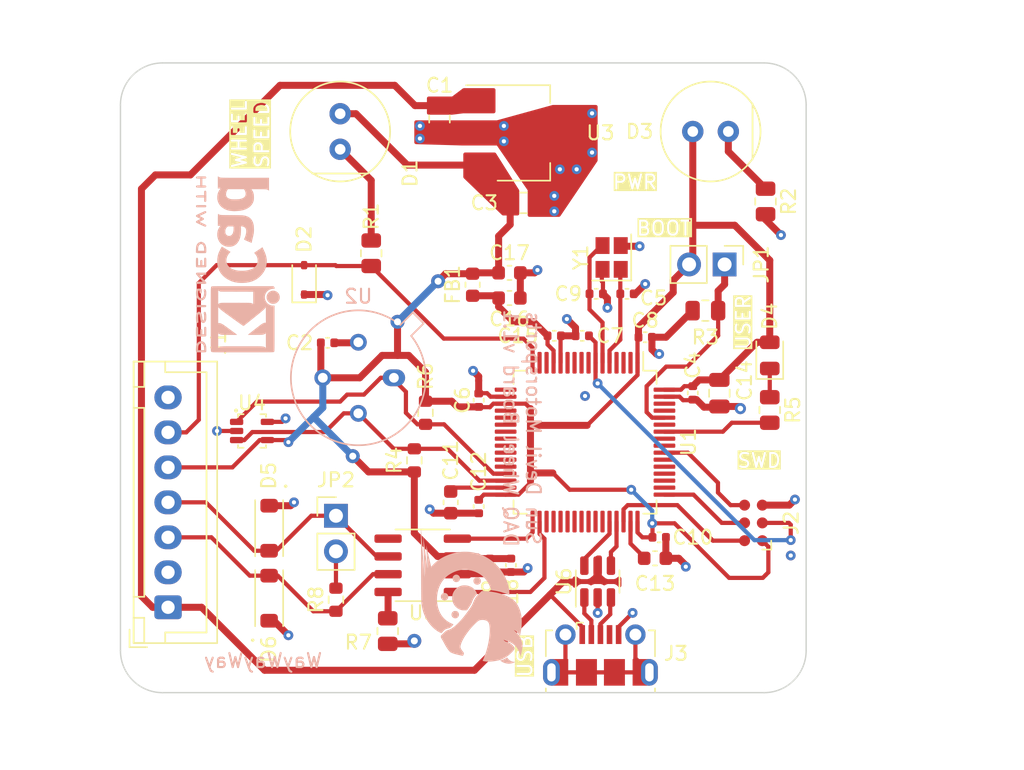
<source format=kicad_pcb>
(kicad_pcb (version 20221018) (generator pcbnew)
  (title_block (title "SDM-24 Wheel Board") (date "2024-01-16") (rev "v1.1") (company "Sun Devil Motorsports"))
  (layers (0 "F.Cu" signal) (1 "In1.Cu" power) (2 "In2.Cu" power) (31 "B.Cu" signal) (34 "B.Paste" user) (35 "F.Paste" user) (36 "B.SilkS" user "B.Silkscreen") (37 "F.SilkS" user "F.Silkscreen") (38 "B.Mask" user) (39 "F.Mask" user) (44 "Edge.Cuts" user))
  (net 0 "")
  (net 1 "+3.3V")
  (net 5 "/HSE_IN")
  (net 6 "/HSE_OUT")
  (net 7 "VCC")
  (net 8 "GND")
  (net 9 "/NRST")
  (net 10 "/SWO")
  (net 11 "Net-(JP2-B)")
  (net 12 "/USER_LED")
  (net 15 "+3.3VA")
  (net 24 "/HE_OUTPUT")
  (net 25 "/USB_D-")
  (net 26 "/USB_D+")
  (net 27 "/SWDIO")
  (net 31 "/SWCLK")
  (net 32 "/I2C2_SDA")
  (net 33 "/I2C2_SCL")
  (net 34 "/BOOT0")
  (net 35 "/CRX")
  (net 36 "/CTX")
  (net 37 "/CAN-")
  (net 38 "/CAN+")
  (net 40 "unconnected-(J3-Shield-Pad6)")
  (net 42 "/HE_LED")
  (net 43 "/PWR_LED")
  (net 44 "Net-(D4-K)")
  (net 47 "/CAN_Rs")
  (net 49 "/USB_J_D-")
  (net 50 "/USB_J_D+")
  (net 68 "/VCAP1")
  (net 69 "/VCAP2")
  (footprint "Capacitor_SMD:C_0402_1005Metric" (layer "F.Cu") (at 188.5 90.6)
    (fp_text reference "C8")
    (fp_text value "100nF")
  )
  (footprint "Connector:Tag-Connect_TC2030-IDC-NL_2x03_P1.27mm_Vertical" (layer "F.Cu") (at 196.235 103.87 90)
    (fp_text reference "J2")
    (fp_text value "Conn_ARM_SWD_TagConnect_TC2030")
  )
  (footprint "Package_TO_SOT_SMD:SOT-23-6" (layer "F.Cu") (at 185.1 108.0625 90)
    (fp_text reference "U6")
    (fp_text value "USBLC6-2SC6")
  )
  (footprint "Capacitor_SMD:C_0402_1005Metric" (layer "F.Cu") (at 176.6 102.7 -90)
    (fp_text reference "C12")
    (fp_text value "100nF")
  )
  (footprint "Diode_SMD:D_SOD-323" (layer "F.Cu") (at 164.125 86.5 90)
    (fp_text reference "D2")
    (fp_text value "TVS")
  )
  (footprint "Capacitor_SMD:C_0402_1005Metric" (layer "F.Cu") (at 178.9 106.9 -90)
    (fp_text reference "C18")
    (fp_text value "100nF")
  )
  (footprint "Capacitor_SMD:C_0603_1608Metric" (layer "F.Cu") (at 174.6 102.4 -90)
    (fp_text reference "C11")
    (fp_text value "2.2uF")
  )
  (footprint "Package_QFP:LQFP-64_10x10mm_P0.5mm" (layer "F.Cu") (at 184.2 98.1 -90)
    (fp_text reference "U1")
    (fp_text value "STM32F405RGT6")
  )
  (footprint "Capacitor_SMD:C_0603_1608Metric" (layer "F.Cu") (at 189.2 106.4)
    (fp_text reference "C13")
    (fp_text value "2.2uF")
  )
  (footprint "Library:Dialight_561-XX0X-XXX" (layer "F.Cu") (at 193.17 75.9)
    (fp_text reference "D3")
    (fp_text value "RED")
  )
  (footprint "Package_TO_SOT_SMD:SOT-223-3_TabPin2" (layer "F.Cu") (at 179.8 76)
    (fp_text reference "U3")
    (fp_text value "MIC37100-3.3WS")
  )
  (footprint "Capacitor_SMD:C_0805_2012Metric" (layer "F.Cu") (at 179.8 81)
    (fp_text reference "C3")
    (fp_text value "10uF")
  )
  (footprint "Capacitor_SMD:C_0402_1005Metric" (layer "F.Cu") (at 191.9 94.58 -90)
    (fp_text reference "C4")
    (fp_text value "100nF")
  )
  (footprint "Capacitor_SMD:C_0402_1005Metric" (layer "F.Cu") (at 184 90.5 180)
    (fp_text reference "C7")
    (fp_text value "100nF")
  )
  (footprint "Capacitor_SMD:C_0603_1608Metric" (layer "F.Cu") (at 178.8 87.8)
    (fp_text reference "C16")
    (fp_text value "1uF")
  )
  (footprint "Capacitor_SMD:C_0402_1005Metric" (layer "F.Cu") (at 177.4 106.9 -90)
    (fp_text reference "C19")
    (fp_text value "100nF")
  )
  (footprint "Resistor_SMD:R_0603_1608Metric" (layer "F.Cu") (at 172.8 96 -90)
    (fp_text reference "R6")
    (fp_text value "2.7k")
  )
  (footprint "Capacitor_SMD:C_0805_2012Metric" (layer "F.Cu") (at 173.8 75 -90)
    (fp_text reference "C1")
    (fp_text value "10uF")
  )
  (footprint "Inductor_SMD:L_0603_1608Metric" (layer "F.Cu") (at 176.166 86.85 90)
    (fp_text reference "FB1")
    (fp_text value "120R")
  )
  (footprint "Resistor_SMD:R_0805_2012Metric" (layer "F.Cu") (at 197.4 95.8 -90)
    (fp_text reference "R5")
    (fp_text value "220")
  )
  (footprint "Library:Dialight_561-XX0X-XXX" (layer "F.Cu") (at 166.7 75.9 -90)
    (fp_text reference "D1")
    (fp_text value "GREEN")
  )
  (footprint "LED_SMD:LED_0805_2012Metric" (layer "F.Cu") (at 197.4 91.9 90)
    (fp_text reference "D4")
    (fp_text value "GREEN")
  )
  (footprint "MountingHole:MountingHole_3.2mm_M3" (layer "F.Cu") (at 196 112)
    (fp_text reference "H2" hide)
    (fp_text value "M3")
  )
  (footprint "Library:SOD-123FL" (layer "F.Cu") (at 161.625 104.25 -90)
    (fp_text reference "D5")
    (fp_text value "TVS")
  )
  (footprint "Connector_USB:USB_Micro-B_Molex-105017-0001" (layer "F.Cu") (at 185.3 113.3125)
    (fp_text reference "J3")
    (fp_text value "USB_B_Micro")
  )
  (footprint "Resistor_SMD:R_0603_1608Metric" (layer "F.Cu") (at 172 99.4 90)
    (fp_text reference "R4")
    (fp_text value "2.7k")
  )
  (footprint "Capacitor_SMD:C_0805_2012Metric" (layer "F.Cu") (at 193.8 94.6 -90)
    (fp_text reference "C14")
    (fp_text value "10uF")
  )
  (footprint "Library:SOD-123FL" (layer "F.Cu") (at 161.625 109.25 90)
    (fp_text reference "D6")
    (fp_text value "TVS")
  )
  (footprint "Resistor_SMD:R_0805_2012Metric" (layer "F.Cu") (at 197.1 80.9 -90)
    (fp_text reference "R2")
    (fp_text value "220")
  )
  (footprint "Library:SC-70-5" (layer "F.Cu") (at 160.4 97.3)
    (fp_text reference "U4")
    (fp_text value "24LC01BT-E/LT")
  )
  (footprint "Connector_PinHeader_2.54mm:PinHeader_1x02_P2.54mm_Vertical" (layer "F.Cu") (at 194.175 85.4 -90)
    (fp_text reference "JP1")
    (fp_text value "BOOT")
  )
  (footprint "Resistor_SMD:R_0805_2012Metric" (layer "F.Cu") (at 170.1 111.6 -90)
    (fp_text reference "R7")
    (fp_text value "10k")
  )
  (footprint "Capacitor_SMD:C_0402_1005Metric" (layer "F.Cu") (at 189.5 104.9)
    (fp_text reference "C10")
    (fp_text value "100nF")
  )
  (footprint "Capacitor_SMD:C_0402_1005Metric" (layer "F.Cu") (at 187.2 87.5)
    (fp_text reference "C5")
    (fp_text value "10pF")
  )
  (footprint "Capacitor_SMD:C_0402_1005Metric" (layer "F.Cu") (at 182 90.5)
    (fp_text reference "C15")
    (fp_text value "100nF")
  )
  (footprint "Resistor_SMD:R_0805_2012Metric" (layer "F.Cu") (at 192.8 88.7)
    (fp_text reference "R3")
    (fp_text value "10k")
  )
  (footprint "MountingHole:MountingHole_3.2mm_M3" (layer "F.Cu") (at 155 75)
    (fp_text reference "H1" hide)
    (fp_text value "M3")
  )
  (footprint "Resistor_SMD:R_0603_1608Metric" (layer "F.Cu") (at 166.4 109.36 90)
    (fp_text reference "R8")
    (fp_text value "120")
  )
  (footprint "Package_SO:SOIC-8_3.9x4.9mm_P1.27mm" (layer "F.Cu") (at 172.6 106.9 180)
    (fp_text reference "U5")
    (fp_text value "SN65HVD230")
  )
  (footprint "Resistor_SMD:R_0805_2012Metric" (layer "F.Cu") (at 168.92 84.6 90)
    (fp_text reference "R1")
    (fp_text value "220")
  )
  (footprint "Connector_JST:JST_XH_B7B-XH-A_1x07_P2.50mm_Vertical" (layer "F.Cu") (at 154.4 109.9 90)
    (fp_text reference "J1")
    (fp_text value "JST-XH")
  )
  (footprint "Crystal:Crystal_SMD_2520-4Pin_2.5x2.0mm" (layer "F.Cu") (at 186.1 84.9 90)
    (fp_text reference "Y1")
    (fp_text value "12MHz")
  )
  (footprint "Capacitor_SMD:C_0402_1005Metric" (layer "F.Cu") (at 185 87.5)
    (fp_text reference "C9")
    (fp_text value "10pF")
  )
  (footprint "Capacitor_SMD:C_0402_1005Metric" (layer "F.Cu") (at 176.6 95.1 90)
    (fp_text reference "C6")
    (fp_text value "100nF")
  )
  (footprint "Capacitor_SMD:C_0603_1608Metric" (layer "F.Cu") (at 178.8 86)
    (fp_text reference "C17")
    (fp_text value "1uF")
  )
  (footprint "Connector_PinHeader_2.54mm:PinHeader_1x02_P2.54mm_Vertical" (layer "F.Cu") (at 166.4 103.36)
    (fp_text reference "JP2")
    (fp_text value "Bus Termination")
  )
  (footprint "Capacitor_SMD:C_0402_1005Metric" (layer "F.Cu") (at 165.8 91)
    (fp_text reference "C2")
    (fp_text value "100nF")
  )
  (footprint "LOGO" (layer "B.Cu") (at 175.793558 109.327402 90)
    (fp_text reference "G***" hide)
    (fp_text value "LOGO" hide)
  )
  (footprint "Symbol:KiCad-Logo2_5mm_SilkScreen" (layer "B.Cu") (at 159.4 85.4 90)
    (fp_text reference "REF**" hide)
    (fp_text value "KiCad-Logo2_5mm_SilkScreen" hide)
  )
  (footprint "Package_TO_SOT_THT:TO-39-4" (layer "B.Cu") (at 170.54 93.5 180)
    (fp_text reference "U2")
    (fp_text value "MLX90614")
  )
  (gr_line locked (start 154 71) (end 197 71) (stroke (width 0.1)) (layer "Edge.Cuts"))
  (gr_arc locked (start 200 113) (mid 199.12132 115.12132) (end 197 116) (stroke (width 0.1)) (layer "Edge.Cuts"))
  (gr_arc locked (start 151 74) (mid 151.87868 71.87868) (end 154 71) (stroke (width 0.1)) (layer "Edge.Cuts"))
  (gr_line locked (start 151 74) (end 151 113) (stroke (width 0.1)) (layer "Edge.Cuts"))
  (gr_arc locked (start 197 71) (mid 199.12132 71.87868) (end 200 74) (stroke (width 0.1)) (layer "Edge.Cuts"))
  (gr_line locked (start 154 116) (end 197 116) (stroke (width 0.1)) (layer "Edge.Cuts"))
  (gr_arc locked (start 154 116) (mid 151.87868 115.12132) (end 151 113) (stroke (width 0.1)) (layer "Edge.Cuts"))
  (gr_line locked (start 200 113) (end 200 74) (stroke (width 0.1)) (layer "Edge.Cuts"))
  (gr_text "WayWayWay" (at 165.5 114.3) (layer "B.SilkS") (effects (font (size 1 1)) (justify left bottom mirror)))
  (gr_text "Sun Devil Motorsports\nDAQ Wheel Board v1.1" (at 178.3 97.1 270) (layer "B.SilkS") (effects (font (size 1 1)) (justify bottom mirror)))
  (gr_text "USB" (at 180.5 115 90) (layer "F.SilkS" knockout) (effects (font (size 1 1)) (justify left bottom)))
  (gr_text "BOOT" (at 187.8 83.4) (layer "F.SilkS" knockout) (effects (font (size 1 1)) (justify left bottom)))
  (gr_text "WHEEL\nSPEED" (at 161.7 78.6 90) (layer "F.SilkS" knockout) (effects (font (size 1 1)) (justify left bottom)))
  (gr_text "SWD" (at 195 100) (layer "F.SilkS" knockout) (effects (font (size 1 1)) (justify left bottom)))
  (gr_text "PWR" (at 186.1 80.1) (layer "F.SilkS" knockout) (effects (font (size 1 1)) (justify left bottom)))
  (gr_text "USER" (at 196.1 91.6 90) (layer "F.SilkS" knockout) (effects (font (size 1 1)) (justify left bottom)))
  (segment (start 172.8 95.175) (end 174.675 95.175) (width 0.5) (layer "F.Cu") (net 1))
  (segment (start 179.95 95.35) (end 180.3 95.7) (width 0.3) (layer "F.Cu") (net 1))
  (segment (start 170.8 91.9) (end 169.7 91.9) (width 0.5) (layer "F.Cu") (net 1))
  (segment (start 166.7 74.63) (end 167.83 74.63) (width 0.5) (layer "F.Cu") (net 1))
  (segment (start 176.62 95.6) (end 176.6 95.58) (width 0.3) (layer "F.Cu") (net 1))
  (segment (start 180.3 101) (end 180.3 100.9) (width 0.3) (layer "F.Cu") (net 1))
  (segment (start 188.02 89.88) (end 188.02 90.6) (width 0.5) (layer "F.Cu") (net 1))
  (segment (start 190.5 87.4) (end 188.02 89.88) (width 0.5) (layer "F.Cu") (net 1))
  (segment (start 194.5 107.8) (end 196.9 107.8) (width 0.3) (layer "F.Cu") (net 1))
  (segment (start 187.95 92.425) (end 187.95 93.301041) (width 0.3) (layer "F.Cu") (net 1))
  (segment (start 190.6 103.9) (end 194.5 107.8) (width 0.3) (layer "F.Cu") (net 1))
  (segment (start 178.525 95.35) (end 179.95 95.35) (width 0.3) (layer "F.Cu") (net 1))
  (segment (start 165.32 93.36) (end 165.46 93.5) (width 0.5) (layer "F.Cu") (net 1))
  (segment (start 178.025 83.375) (end 178.85 82.55) (width 0.5) (layer "F.Cu") (net 1))
  (segment (start 178.525 101.85) (end 179.45 101.85) (width 0.3) (layer "F.Cu") (net 1))
  (segment (start 175.08 95.58) (end 176.6 95.58) (width 0.5) (layer "F.Cu") (net 1))
  (segment (start 167.83 74.63) (end 171.5 78.3) (width 0.5) (layer "F.Cu") (net 1))
  (segment (start 187.95 104.55) (end 188.3 104.9) (width 0.3) (layer "F.Cu") (net 1))
  (segment (start 176.5 106.3) (end 175.11 106.3) (width 0.5) (layer "F.Cu") (net 1))
  (segment (start 197.4 90.9625) (end 196.4875 90.9625) (width 0.5) (layer "F.Cu") (net 1))
  (segment (start 197.3 105.57) (end 197.3 107.4) (width 0.3) (layer "F.Cu") (net 1))
  (segment (start 188.3 104.9) (end 189.02 104.9) (width 0.3) (layer "F.Cu") (net 1))
  (segment (start 172 104.6) (end 172 100.225) (width 0.5) (layer "F.Cu") (net 1))
  (segment (start 196.87 105.14) (end 197.3 105.57) (width 0.3) (layer "F.Cu") (net 1))
  (segment (start 178.85 82.55) (end 178.85 81) (width 0.5) (layer "F.Cu") (net 1))
  (segment (start 174.675 95.175) (end 175.08 95.58) (width 0.5) (layer "F.Cu") (net 1))
  (segment (start 165.32 91) (end 165.32 93.36) (width 0.5) (layer "F.Cu") (net 1))
  (segment (start 187.95 93.301041) (end 184.351041 96.9) (width 0.3) (layer "F.Cu") (net 1))
  (segment (start 191.9 82.6) (end 191.9 85.135) (width 0.5) (layer "F.Cu") (net 1))
  (segment (start 194.9 82.6) (end 191.9 82.6) (width 0.5) (layer "F.Cu") (net 1))
  (segment (start 193.8 93.65) (end 192.35 93.65) (width 0.5) (layer "F.Cu") (net 1))
  (segment (start 175.075 106.265) (end 173.665 106.265) (width 0.5) (layer "F.Cu") (net 1))
  (segment (start 171.6 91.9) (end 170.8 91.9) (width 0.5) (layer "F.Cu") (net 1))
  (segment (start 177.4 95.598959) (end 177.4 95.6) (width 0.3) (layer "F.Cu") (net 1))
  (segment (start 191.3 94.1) (end 191.9 94.1) (width 0.3) (layer "F.Cu") (net 1))
  (segment (start 175.11 106.3) (end 175.075 106.265) (width 0.5) (layer "F.Cu") (net 1))
  (segment (start 168.1 93.5) (end 165.46 93.5) (width 0.5) (layer "F.Cu") (net 1))
  (segment (start 174.2375 86.0625) (end 173.7 86.6) (width 0.5) (layer "F.Cu") (net 1))
  (segment (start 197.3 107.4) (end 197.1 107.6) (width 0.3) (layer "F.Cu") (net 1))
  (segment (start 179.45 101.85) (end 180.3 101) (width 0.3) (layer "F.Cu") (net 1))
  (segment (start 189.875 94.35) (end 191.05 94.35) (width 0.3) (layer "F.Cu") (net 1))
  (segment (start 191.9 75.9) (end 191.9 82.6) (width 0.5) (layer "F.Cu") (net 1))
  (segment (start 178.025 86) (end 178.025 83.375) (width 0.5) (layer "F.Cu") (net 1))
  (segment (start 169.7 91.9) (end 168.1 93.5) (width 0.5) (layer "F.Cu") (net 1))
  (segment (start 180.3 96.9) (end 180.3 95.7) (width 0.5) (layer "F.Cu") (net 1))
  (segment (start 177.4 106.42) (end 176.62 106.42) (width 0.5) (layer "F.Cu") (net 1))
  (segment (start 197.4 85.1) (end 194.9 82.6) (width 0.5) (layer "F.Cu") (net 1))
  (segment (start 183.1 101.5) (end 181.9 100.3) (width 0.3) (layer "F.Cu") (net 1))
  (segment (start 177.4 95.6) (end 176.62 95.6) (width 0.3) (layer "F.Cu") (net 1))
  (segment (start 172 100.225) (end 168.725 100.225) (width 0.5) (layer "F.Cu") (net 1))
  (segment (start 180.3 100.3) (end 180.3 98.7) (width 0.5) (layer "F.Cu") (net 1))
  (segment (start 181.9 100.3) (end 180.3 100.3) (width 0.5) (layer "F.Cu") (net 1))
  (segment (start 176.62 106.42) (end 176.5 106.3) (width 0.5) (layer "F.Cu") (net 1))
  (segment (start 170.8 89.5) (end 170.8 91.9) (width 0.5) (layer "F.Cu") (net 1))
  (segment (start 161.5 97.95) (end 160.95 97.95) (width 0.3) (layer "F.Cu") (net 1))
  (segment (start 189 103.9) (end 190.6 103.9) (width 0.3) (layer "F.Cu") (net 1))
  (segment (start 190.5 86.535) (end 190.5 87.4) (width 0.5) (layer "F.Cu") (net 1))
  (segment (start 177.4 106.42) (end 178.9 106.42) (width 0.5) (layer "F.Cu") (net 1))
  (segment (start 180.3 98.7) (end 180.3 96.9) (width 0.5) (layer "F.Cu") (net 1))
  (segment (start 177.648959 95.35) (end 177.4 95.598959) (width 0.3) (layer "F.Cu") (net 1))
  (segment (start 191.05 94.35) (end 191.3 94.1) (width 0.3) (layer "F.Cu") (net 1))
  (segment (start 178.525 95.35) (end 177.648959 95.35) (width 0.3) (layer "F.Cu") (net 1))
  (segment (start 189.02 103.92) (end 189 103.9) (width 0.3) (layer "F.Cu") (net 1))
  (segment (start 173.665 106.265) (end 172 104.6) (width 0.5) (layer "F.Cu") (net 1))
  (segment (start 187.5 101.5) (end 183.1 101.5) (width 0.3) (layer "F.Cu") (net 1))
  (segment (start 189.02 104.9) (end 189.02 103.92) (width 0.3) (layer "F.Cu") (net 1))
  (segment (start 178.525 101.85) (end 176.97 101.85) (width 0.3) (layer "F.Cu") (net 1))
  (segment (start 176.166 86.0625) (end 174.2375 86.0625) (width 0.5) (layer "F.Cu") (net 1))
  (segment (start 197.4 90.9625) (end 197.4 85.1) (width 0.5) (layer "F.Cu") (net 1))
  (segment (start 192.35 93.65) (end 191.9 94.1) (width 0.5) (layer "F.Cu") (net 1))
  (segment (start 160.95 97.95) (end 159 99.9) (width 0.3) (layer "F.Cu") (net 1))
  (segment (start 168.725 100.225) (end 167.6 99.1) (width 0.5) (layer "F.Cu") (net 1))
  (segment (start 172.8 93.1) (end 171.6 91.9) (width 0.5) (layer "F.Cu") (net 1))
  (segment (start 162.85 97.95) (end 163 98.1) (width 0.3) (layer "F.Cu") (net 1))
  (segment (start 176.2285 86) (end 176.166 86.0625) (width 0.5) (layer "F.Cu") (net 1))
  (segment (start 191.635 85.4) (end 190.5 86.535) (width 0.5) (layer "F.Cu") (net 1))
  (segment (start 184.351041 96.9) (end 180.3 96.9) (width 0.5) (layer "F.Cu") (net 1))
  (segment (start 187.95 103.775) (end 187.95 104.55) (width 0.3) (layer "F.Cu") (net 1))
  (segment (start 196.4875 90.9625) (end 193.8 93.65) (width 0.5) (layer "F.Cu") (net 1))
  (segment (start 161.5 97.95) (end 162.85 97.95) (width 0.3) (layer "F.Cu") (net 1))
  (segment (start 180.3 100.9) (end 180.3 100.3) (width 0.5) (layer "F.Cu") (net 1))
  (segment (start 187.95 92.425) (end 187.95 90.67) (width 0.3) (layer "F.Cu") (net 1))
  (segment (start 178.025 86) (end 176.2285 86) (width 0.5) (layer "F.Cu") (net 1))
  (segment (start 196.9 107.8) (end 197.1 107.6) (width 0.3) (layer "F.Cu") (net 1))
  (segment (start 171.5 78.3) (end 176.65 78.3) (width 0.5) (layer "F.Cu") (net 1))
  (segment (start 172.8 95.175) (end 172.8 93.1) (width 0.5) (layer "F.Cu") (net 1))
  (segment (start 187.95 90.67) (end 188.02 90.6) (width 0.3) (layer "F.Cu") (net 1))
  (segment (start 191.9 85.135) (end 191.635 85.4) (width 0.5) (layer "F.Cu") (net 1))
  (segment (start 176.97 101.85) (end 176.6 102.22) (width 0.3) (layer "F.Cu") (net 1))
  (segment (start 159 99.9) (end 154.4 99.9) (width 0.3) (layer "F.Cu") (net 1))
  (via (at 170.8 89.5) (size 1) (drill 0.5) (layers "F.Cu" "B.Cu") (net 1))
  (via (at 167.6 99.1) (size 1) (drill 0.5) (layers "F.Cu" "B.Cu") (net 1))
  (via (at 173.7 86.6) (size 1) (drill 0.5) (layers "F.Cu" "B.Cu") (net 1))
  (via (at 163 98.1) (size 0.7) (drill 0.3) (layers "F.Cu" "B.Cu") (net 1))
  (via (at 187.5 101.5) (size 0.7) (drill 0.3) (layers "F.Cu" "B.Cu") (net 1))
  (via (at 189 103.9) (size 0.7) (drill 0.3) (layers "F.Cu" "B.Cu") (net 1))
  (segment (start 165.46 95.64) (end 164.8 96.3) (width 0.5) (layer "B.Cu") (net 1))
  (segment (start 189 103.9) (end 189 103) (width 0.3) (layer "B.Cu") (net 1))
  (segment (start 167.6 99.1) (end 164.8 96.3) (width 0.5) (layer "B.Cu") (net 1))
  (segment (start 189 103) (end 187.5 101.5) (width 0.3) (layer "B.Cu") (net 1))
  (segment (start 173.7 86.6) (end 170.8 89.5) (width 0.5) (layer "B.Cu") (net 1))
  (segment (start 165.46 93.5) (end 165.46 95.64) (width 0.5) (layer "B.Cu") (net 1))
  (segment (start 164.8 96.3) (end 163 98.1) (width 0.5) (layer "B.Cu") (net 1))
  (segment (start 186.72 87.5) (end 186.72 85.855) (width 0.3) (layer "F.Cu") (net 5))
  (segment (start 185.95 91.548959) (end 186.72 90.778959) (width 0.3) (layer "F.Cu") (net 5))
  (segment (start 186.72 85.855) (end 186.8 85.775) (width 0.3) (layer "F.Cu") (net 5))
  (segment (start 185.95 92.425) (end 185.95 91.548959) (width 0.3) (layer "F.Cu") (net 5))
  (segment (start 186.72 90.778959) (end 186.72 87.5) (width 0.3) (layer "F.Cu") (net 5))
  (segment (start 184.52 88.62) (end 184.52 87.5) (width 0.3) (layer "F.Cu") (net 6))
  (segment (start 185.45 89.55) (end 184.52 88.62) (width 0.3) (layer "F.Cu") (net 6))
  (segment (start 184.52 84.905) (end 185.4 84.025) (width 0.3) (layer "F.Cu") (net 6))
  (segment (start 184.52 87.5) (end 184.52 84.905) (width 0.3) (layer "F.Cu") (net 6))
  (segment (start 185.45 92.425) (end 185.45 89.55) (width 0.3) (layer "F.Cu") (net 6))
  (segment (start 152.5 109.1) (end 152.5 80) (width 0.5) (layer "F.Cu") (net 7))
  (segment (start 184 111.3) (end 181.7 109) (width 0.3) (layer "F.Cu") (net 7))
  (segment (start 153.5 79) (end 156 79) (width 0.5) (layer "F.Cu") (net 7))
  (segment (start 170.6 72.6) (end 172.05 74.05) (width 0.5) (layer "F.Cu") (net 7))
  (segment (start 181.7 109) (end 182.2 108.5) (width 0.5) (layer "F.Cu") (net 7))
  (segment (start 182.2 108.5) (end 182.6 108.1) (width 0.5) (layer "F.Cu") (net 7))
  (segment (start 184 111.85) (end 184 111.3) (width 0.3) (layer "F.Cu") (net 7))
  (segment (start 152.5 80) (end 153.5 79) (width 0.5) (layer "F.Cu") (net 7))
  (segment (start 176.3 114.4) (end 161.3 114.4) (width 0.5) (layer "F.Cu") (net 7))
  (segment (start 182.6 108.1) (end 182.7 108.1) (width 0.5) (layer "F.Cu") (net 7))
  (segment (start 172.05 74.05) (end 173.8 74.05) (width 0.5) (layer "F.Cu") (net 7))
  (segment (start 156 79) (end 162.4 72.6) (width 0.5) (layer "F.Cu") (net 7))
  (segment (start 181.7 109) (end 176.3 114.4) (width 0.5) (layer "F.Cu") (net 7))
  (segment (start 162.4 72.6) (end 170.6 72.6) (width 0.5) (layer "F.Cu") (net 7))
  (segment (start 182.7 108.1) (end 183.4 108.1) (width 0.5) (layer "F.Cu") (net 7))
  (segment (start 161.3 114.4) (end 156.8 109.9) (width 0.5) (layer "F.Cu") (net 7))
  (segment (start 153.3 109.9) (end 152.5 109.1) (width 0.5) (layer "F.Cu") (net 7))
  (segment (start 154.4 109.9) (end 153.3 109.9) (width 0.5) (layer "F.Cu") (net 7))
  (segment (start 156.8 109.9) (end 154.4 109.9) (width 0.5) (layer "F.Cu") (net 7))
  (segment (start 186.6 111.85) (end 186.6 111.3) (width 0.3) (layer "F.Cu") (net 8))
  (segment (start 182.45 92.425) (end 182.45 90.53) (width 0.3) (layer "F.Cu") (net 8))
  (segment (start 176.595 103.175) (end 176.6 103.18) (width 0.5) (layer "F.Cu") (net 8))
  (segment (start 185.48 86.68) (end 185.4 86.6) (width 0.3) (layer "F.Cu") (net 8))
  (segment (start 177.1 107.5) (end 175.11 107.5) (width 0.5) (layer "F.Cu") (net 8))
  (segment (start 192.16 95.06) (end 192.7 95.6) (width 0.5) (layer "F.Cu") (net 8))
  (segment (start 178.9 107.38) (end 179.82 107.38) (width 0.5) (layer "F.Cu") (net 8))
  (segment (start 193.8 95.55) (end 195.15 95.55) (width 0.5) (layer "F.Cu") (net 8))
  (segment (start 177.45 94.85) (end 177.2 94.6) (width 0.3) (layer "F.Cu") (net 8))
  (segment (start 179.82 107.38) (end 180.1 107.1) (width 0.5) (layer "F.Cu") (net 8))
  (segment (start 161.96 110.86) (end 163 111.9) (width 0.5) (layer "F.Cu") (net 8))
  (segment (start 174.6 103.175) (end 176.595 103.175) (width 0.5) (layer "F.Cu") (net 8))
  (segment (start 193.75 95.6) (end 193.8 95.55) (width 0.5) (layer "F.Cu") (net 8))
  (segment (start 159.3 97.3) (end 157.9 97.3) (width 0.3) (layer "F.Cu") (net 8))
  (segment (start 165.75 87.55) (end 165.8 87.6) (width 0.5) (layer "F.Cu") (net 8))
  (segment (start 167.96 91) (end 168 90.96) (width 0.5) (layer "F.Cu") (net 8))
  (segment (start 161.5 96.65) (end 162.55 96.65) (width 0.3) (layer "F.Cu") (net 8))
  (segment (start 191.4 106.9) (end 191.4 107) (width 0.5) (layer "F.Cu") (net 8))
  (segment (start 189.9875 90.6) (end 191.8875 88.7) (width 0.5) (layer "F.Cu") (net 8))
  (segment (start 185.48 87.5) (end 185.48 86.68) (width 0.3) (layer "F.Cu") (net 8))
  (segment (start 189.3 91.8) (end 189.5 91.8) (width 0.5) (layer "F.Cu") (net 8))
  (segment (start 161.625 102.64) (end 163.16 102.64) (width 0.5) (layer "F.Cu") (net 8))
  (segment (start 195.15 95.55) (end 195.3 95.7) (width 0.5) (layer "F.Cu") (net 8))
  (segment (start 190.95 94.85) (end 191.2 95.1) (width 0.3) (layer "F.Cu") (net 8))
  (segment (start 178.9 107.38) (end 177.4 107.38) (width 0.5) (layer "F.Cu") (net 8))
  (segment (start 177.4 107.38) (end 177.22 107.38) (width 0.5) (layer "F.Cu") (net 8))
  (segment (start 175.11 107.5) (end 175.075 107.535) (width 0.5) (layer "F.Cu") (net 8))
  (segment (start 176.62 94.6) (end 176.6 94.62) (width 0.3) (layer "F.Cu") (net 8))
  (segment (start 171.7875 112.5125) (end 172 112.3) (width 0.5) (layer "F.Cu") (net 8))
  (segment (start 164.125 87.55) (end 165.75 87.55) (width 0.5) (layer "F.Cu") (net 8))
  (segment (start 182.48 90.5) (end 183.52 90.5) (width 0.5) (layer "F.Cu") (net 8))
  (segment (start 192.7 95.6) (end 193.75 95.6) (width 0.5) (layer "F.Cu") (net 8))
  (segment (start 185.8 87.82) (end 185.48 87.5) (width 0.5) (layer "F.Cu") (net 8))
  (segment (start 176.6 93.4) (end 176.2 93) (width 0.5) (layer "F.Cu") (net 8))
  (segment (start 188.98 91.48) (end 189.3 91.8) (width 0.5) (layer "F.Cu") (net 8))
  (segment (start 190.9 106.4) (end 191.4 106.9) (width 0.5) (layer "F.Cu") (net 8))
  (segment (start 198.8 102.6) (end 199.2 102.2) (width 0.5) (layer "F.Cu") (net 8))
  (segment (start 174.6 103.175) (end 173.375 103.175) (width 0.5) (layer "F.Cu") (net 8))
  (segment (start 179.575 86) (end 180.6 86) (width 0.5) (layer "F.Cu") (net 8))
  (segment (start 170.1 112.5125) (end 171.7875 112.5125) (width 0.5) (layer "F.Cu") (net 8))
  (segment (start 197.1 81.8125) (end 197.1 82.2) (width 0.5) (layer "F.Cu") (net 8))
  (segment (start 177.22 107.38) (end 177.1 107.5) (width 0.5) (layer "F.Cu") (net 8))
  (segment (start 185.4 86.6) (end 185.4 85.775) (width 0.3) (layer "F.Cu") (net 8))
  (segment (start 187.8 87.5) (end 188.5 86.8) (width 0.5) (layer "F.Cu") (net 8))
  (segment (start 189.975 104.905) (end 189.98 104.9) (width 0.5) (layer "F.Cu") (net 8))
  (segment (start 178.525 94.85) (end 177.45 94.85) (width 0.3) (layer "F.Cu") (net 8))
  (segment (start 189.975 106.4) (end 189.975 104.905) (width 0.5) (layer "F.Cu") (net 8))
  (segment (start 173.375 103.175) (end 173.1 102.9) (width 0.5) (layer "F.Cu") (net 8))
  (segment (start 176.6 93.7) (end 176.6 93.4) (width 0.5) (layer "F.Cu") (net 8))
  (segment (start 163.16 102.64) (end 163.4 102.4) (width 0.5) (layer "F.Cu") (net 8))
  (segment (start 185.8 88.5) (end 185.8 87.82) (width 0.5) (layer "F.Cu") (net 8))
  (segment (start 183.52 89.92) (end 182.9 89.3) (width 0.5) (layer "F.Cu") (net 8))
  (segment (start 185.1 109.2) (end 185.1 110.3) (width 0.3) (layer "F.Cu") (net 8))
  (segment (start 180.6 86) (end 180.8 85.8) (width 0.5) (layer "F.Cu") (net 8))
  (segment (start 188.98 90.6) (end 188.98 91.48) (width 0.5) (layer "F.Cu") (net 8))
  (segment (start 166.28 91) (end 167.96 91) (width 0.5) (layer "F.Cu") (net 8))
  (segment (start 177.2 94.6) (end 176.62 94.6) (width 0.3) (layer "F.Cu") (net 8))
  (segment (start 183.52 90.5) (end 183.52 89.92) (width 0.5) (layer "F.Cu") (net 8))
  (segment (start 182.45 90.53) (end 182.48 90.5) (width 0.3) (layer "F.Cu") (net 8))
  (segment (start 179.575 86) (end 179.575 87.8) (width 0.5) (layer "F.Cu") (net 8))
  (segment (start 187.68 87.5) (end 187.8 87.5) (width 0.5) (layer "F.Cu") (net 8))
  (segment (start 186.8 84.1) (end 186.75 84.05) (width 0.5) (layer "F.Cu") (net 8))
  (segment (start 188.98 90.6) (end 189.9875 90.6) (width 0.5) (layer "F.Cu") (net 8))
  (segment (start 188.1 84.1) (end 186.8 84.1) (width 0.5) (layer "F.Cu") (net 8))
  (segment (start 191.9 95.06) (end 192.16 95.06) (width 0.5) (layer "F.Cu") (net 8))
  (segment (start 176.6 94.62) (end 176.6 93.7) (width 0.5) (layer "F.Cu") (net 8))
  (segment (start 161.625 110.86) (end 161.96 110.86) (width 0.5) (layer "F.Cu") (net 8))
  (segment (start 189.975 106.4) (end 190.9 106.4) (width 0.5) (layer "F.Cu") (net 8))
  (segment (start 191.2 95.1) (end 191.86 95.1) (width 0.3) (layer "F.Cu") (net 8))
  (segment (start 197.1 82.2) (end 198.2 83.3) (width 0.5) (layer "F.Cu") (net 8))
  (segment (start 185.1 110.3) (end 185.105378 110.305378) (width 0.3) (layer "F.Cu") (net 8))
  (segment (start 186.6 111.3) (end 187.6 110.3) (width 0.3) (layer "F.Cu") (net 8))
  (segment (start 162.55 96.65) (end 162.8 96.4) (width 0.3) (layer "F.Cu") (net 8))
  (segment (start 196.87 102.6) (end 198.8 102.6) (width 0.5) (layer "F.Cu") (net 8))
  (segment (start 189.875 94.85) (end 190.95 94.85) (width 0.3) (layer "F.Cu") (net 8))
  (via (at 199.2 102.2) (size 0.7) (drill 0.3) (layers "F.Cu" "B.Cu") (net 8))
  (via (at 187.6 110.3) (size 0.7) (drill 0.3) (layers "F.Cu" "B.Cu") (net 8))
  (via (at 178.4 76.6) (size 0.7) (drill 0.3) (layers "F.Cu" "B.Cu") (net 8))
  (via (at 172 112.3) (size 1) (drill 0.5) (layers "F.Cu" "B.Cu") (net 8))
  (via (at 173.1 102.9) (size 0.7) (drill 0.3) (layers "F.Cu" "B.Cu") (net 8))
  (via (at 182.9 89.3) (size 0.7) (drill 0.3) (layers "F.Cu" "B.Cu") (net 8))
  (via (at 182.4 78.6) (size 0.7) (drill 0.3) (layers "F.Cu" "B.Cu") (net 8))
  (via (at 184.7 74.6) (size 0.7) (drill 0.3) (layers "F.Cu" "B.Cu") (net 8))
  (via (at 163 111.9) (size 0.7) (drill 0.3) (layers "F.Cu" "B.Cu") (net 8))
  (via (at 184.2 94.8) (size 0.7) (drill 0.3) (layers "F.Cu" "B.Cu") (net 8))
  (via (at 195.3 95.7) (size 0.8) (drill 0.4) (layers "F.Cu" "B.Cu") (net 8))
  (via (at 162.8 96.4) (size 0.7) (drill 0.3) (layers "F.Cu" "B.Cu") (net 8))
  (via (at 165.8 87.6) (size 0.7) (drill 0.3) (layers "F.Cu" "B.Cu") (net 8))
  (via (at 198.9 106.2) (size 0.7) (drill 0.3) (layers "F.Cu" "B.Cu") (net 8))
  (via (at 189.5 91.8) (size 0.7) (drill 0.3) (layers "F.Cu" "B.Cu") (net 8))
  (via (at 180.8 85.8) (size 0.7) (drill 0.3) (layers "F.Cu" "B.Cu") (net 8))
  (via (at 180.1 107.1) (size 0.7) (drill 0.3) (layers "F.Cu" "B.Cu") (net 8))
  (via (at 176.2 93) (size 0.7) (drill 0.3) (layers "F.Cu" "B.Cu") (net 8))
  (via (at 157.9 97.3) (size 0.7) (drill 0.3) (layers "F.Cu" "B.Cu") (net 8))
  (via (at 182 80.5) (size 0.7) (drill 0.3) (layers "F.Cu" "B.Cu") (net 8))
  (via (at 188.5 86.8) (size 0.7) (drill 0.3) (layers "F.Cu" "B.Cu") (net 8))
  (via (at 172.4 75.5) (size 0.7) (drill 0.3) (layers "F.Cu" "B.Cu") (net 8))
  (via (at 163.4 102.4) (size 0.7) (drill 0.3) (layers "F.Cu" "B.Cu") (net 8))
  (via (at 184.7 77.4) (size 0.7) (drill 0.3) (layers "F.Cu" "B.Cu") (net 8))
  (via (at 198.2 83.3) (size 0.7) (drill 0.3) (layers "F.Cu" "B.Cu") (net 8))
  (via (at 183.6 78.6) (size 0.7) (drill 0.3) (layers "F.Cu" "B.Cu") (net 8))
  (via (at 191.4 107) (size 0.7) (drill 0.3) (layers "F.Cu" "B.Cu") (net 8))
  (via (at 172.4 76.4) (size 0.7) (drill 0.3) (layers "F.Cu" "B.Cu") (net 8))
  (via (at 185.8 88.5) (size 0.7) (drill 0.3) (layers "F.Cu" "B.Cu") (net 8))
  (via (at 182 81.6) (size 0.7) (drill 0.3) (layers "F.Cu" "B.Cu") (net 8))
  (via (at 188.1 84.1) (size 0.7) (drill 0.3) (layers "F.Cu" "B.Cu") (net 8))
  (via (at 178.4 75.5) (size 0.7) (drill 0.3) (layers "F.Cu" "B.Cu") (net 8))
  (via (at 185.105378 110.305378) (size 0.7) (drill 0.3) (layers "F.Cu" "B.Cu") (net 8))
  (segment (start 198.9 105.1) (end 198.9 104) (width 0.3) (layer "F.Cu") (net 9))
  (segment (start 184.95 93.75) (end 185.1 93.9) (width 0.3) (layer "F.Cu") (net 9))
  (segment (start 198.77 103.87) (end 196.87 103.87) (width 0.3) (layer "F.Cu") (net 9))
  (segment (start 184.95 90.97) (end 184.48 90.5) (width 0.3) (layer "F.Cu") (net 9))
  (segment (start 198.9 104) (end 198.77 103.87) (width 0.3) (layer "F.Cu") (net 9))
  (segment (start 184.95 92.425) (end 184.95 93.75) (width 0.3) (layer "F.Cu") (net 9))
  (segment (start 184.95 92.425) (end 184.95 90.97) (width 0.3) (layer "F.Cu") (net 9))
  (via (at 185.1 93.9) (size 0.7) (drill 0.3) (layers "F.Cu" "B.Cu") (net 9))
  (via (at 198.9 105.1) (size 0.7) (drill 0.3) (layers "F.Cu" "B.Cu") (net 9))
  (segment (start 185.1 93.9) (end 196.3 105.1) (width 0.3) (layer "B.Cu") (net 9))
  (segment (start 196.3 105.1) (end 198.9 105.1) (width 0.3) (layer "B.Cu") (net 9))
  (segment (start 194.6 102.6) (end 195.6 102.6) (width 0.3) (layer "F.Cu") (net 10))
  (segment (start 193.7 101) (end 193.7 101.7) (width 0.3) (layer "F.Cu") (net 10))
  (segment (start 191.55 98.85) (end 193.7 101) (width 0.3) (layer "F.Cu") (net 10))
  (segment (start 193.7 101.7) (end 194.6 102.6) (width 0.3) (layer "F.Cu") (net 10))
  (segment (start 189.875 98.85) (end 191.55 98.85) (width 0.3) (layer "F.Cu") (net 10))
  (segment (start 166.4 105.9) (end 166.4 108.535) (width 0.3) (layer "F.Cu") (net 11))
  (segment (start 194.6875 96.7125) (end 197.4 96.7125) (width 0.3) (layer "F.Cu") (net 12))
  (segment (start 194.05 97.35) (end 194.6875 96.7125) (width 0.3) (layer "F.Cu") (net 12))
  (segment (start 189.875 97.35) (end 194.05 97.35) (width 0.3) (layer "F.Cu") (net 12))
  (segment (start 181.95 91.548959) (end 181.52 91.118959) (width 0.3) (layer "F.Cu") (net 15))
  (segment (start 181.95 92.425) (end 181.95 91.548959) (width 0.3) (layer "F.Cu") (net 15))
  (segment (start 179.1 89.5) (end 180.52 89.5) (width 0.5) (layer "F.Cu") (net 15))
  (segment (start 181.52 91.118959) (end 181.52 90.5) (width 0.3) (layer "F.Cu") (net 15))
  (segment (start 180.52 89.5) (end 181.52 90.5) (width 0.5) (layer "F.Cu") (net 15))
  (segment (start 177.8625 87.6375) (end 178.025 87.8) (width 0.5) (layer "F.Cu") (net 15))
  (segment (start 178.025 88.425) (end 179.1 89.5) (width 0.5) (layer "F.Cu") (net 15))
  (segment (start 176.166 87.6375) (end 177.8625 87.6375) (width 0.5) (layer "F.Cu") (net 15))
  (segment (start 178.025 87.8) (end 178.025 88.425) (width 0.5) (layer "F.Cu") (net 15))
  (segment (start 164.125 85.45) (end 166.3625 85.45) (width 0.3) (layer "F.Cu") (net 24))
  (segment (start 164.075 85.4) (end 164.125 85.45) (width 0.3) (layer "F.Cu") (net 24))
  (segment (start 179.8 90.7) (end 174.1075 90.7) (width 0.3) (layer "F.Cu") (net 24))
  (segment (start 164.125 85.45) (end 157.875 85.45) (width 0.3) (layer "F.Cu") (net 24))
  (segment (start 166.425 85.5125) (end 168.92 85.5125) (width 0.3) (layer "F.Cu") (net 24))
  (segment (start 154.4 97.4) (end 155.7 97.4) (width 0.3) (layer "F.Cu") (net 24))
  (segment (start 157.875 85.45) (end 156.6 86.725) (width 0.3) (layer "F.Cu") (net 24))
  (segment (start 180.45 91.35) (end 179.8 90.7) (width 0.3) (layer "F.Cu") (net 24))
  (segment (start 174.1075 90.7) (end 168.92 85.5125) (width 0.3) (layer "F.Cu") (net 24))
  (segment (start 180.45 92.425) (end 180.45 91.35) (width 0.3) (layer "F.Cu") (net 24))
  (segment (start 156.6 96.5) (end 156.6 86.725) (width 0.3) (layer "F.Cu") (net 24))
  (segment (start 166.3625 85.45) (end 166.425 85.5125) (width 0.3) (layer "F.Cu") (net 24))
  (segment (start 155.7 97.4) (end 156.6 96.5) (width 0.3) (layer "F.Cu") (net 24))
  (segment (start 184.15 106.451041) (end 185.95 104.651041) (width 0.3) (layer "F.Cu") (net 25))
  (segment (start 185.95 104.651041) (end 185.95 103.775) (width 0.3) (layer "F.Cu") (net 25))
  (segment (start 184.15 106.925) (end 184.15 106.451041) (width 0.3) (layer "F.Cu") (net 25))
  (segment (start 186.05 105.95) (end 186.45 105.55) (width 0.3) (layer "F.Cu") (net 26))
  (segment (start 186.45 105.55) (end 186.45 103.775) (width 0.3) (layer "F.Cu") (net 26))
  (segment (start 186.05 106.925) (end 186.05 105.95) (width 0.3) (layer "F.Cu") (net 26))
  (segment (start 193.34 105.14) (end 195.6 105.14) (width 0.3) (layer "F.Cu") (net 27))
  (segment (start 190.8 102.6) (end 193.34 105.14) (width 0.3) (layer "F.Cu") (net 27))
  (segment (start 186.95 102.898959) (end 187.248959 102.6) (width 0.3) (layer "F.Cu") (net 27))
  (segment (start 187.248959 102.6) (end 190.8 102.6) (width 0.3) (layer "F.Cu") (net 27))
  (segment (start 186.95 103.775) (end 186.95 102.898959) (width 0.3) (layer "F.Cu") (net 27))
  (segment (start 189.875 101.85) (end 191.95 101.85) (width 0.3) (layer "F.Cu") (net 31))
  (segment (start 191.95 101.85) (end 193.97 103.87) (width 0.3) (layer "F.Cu") (net 31))
  (segment (start 193.97 103.87) (end 195.6 103.87) (width 0.3) (layer "F.Cu") (net 31))
  (segment (start 178.525 100.85) (end 176.65 100.85) (width 0.3) (layer "F.Cu") (net 32))
  (segment (start 165.625 97.375) (end 160.425 97.375) (width 0.3) (layer "F.Cu") (net 32))
  (segment (start 170.535 98.575) (end 168 96.04) (width 0.3) (layer "F.Cu") (net 32))
  (segment (start 176.65 100.85) (end 174.375 98.575) (width 0.3) (layer "F.Cu") (net 32))
  (segment (start 172 98.575) (end 170.535 98.575) (width 0.3) (layer "F.Cu") (net 32))
  (segment (start 166.96 96.04) (end 165.625 97.375) (width 0.3) (layer "F.Cu") (net 32))
  (segment (start 168 96.04) (end 166.96 96.04) (width 0.3) (layer "F.Cu") (net 32))
  (segment (start 160.425 97.375) (end 159.85 97.95) (width 0.3) (layer "F.Cu") (net 32))
  (segment (start 174.375 98.575) (end 172 98.575) (width 0.3) (layer "F.Cu") (net 32))
  (segment (start 159.85 97.95) (end 159.3 97.95) (width 0.3) (layer "F.Cu") (net 32))
  (segment (start 168.4 94.7) (end 167.2 94.7) (width 0.3) (layer "F.Cu") (net 33))
  (segment (start 166.7 95.2) (end 160.75 95.2) (width 0.3) (layer "F.Cu") (net 33))
  (segment (start 170.54 93.64) (end 170.54 93.5) (width 0.3) (layer "F.Cu") (net 33))
  (segment (start 160.75 95.2) (end 159.3 96.65) (width 0.3) (layer "F.Cu") (net 33))
  (segment (start 178.525 100.35) (end 177.648959 100.35) (width 0.3) (layer "F.Cu") (net 33))
  (segment (start 177.648959 100.35) (end 174.123959 96.825) (width 0.3) (layer "F.Cu") (net 33))
  (segment (start 167.2 94.7) (end 166.7 95.2) (width 0.3) (layer "F.Cu") (net 33))
  (segment (start 171.4 94.5) (end 170.54 93.64) (width 0.3) (layer "F.Cu") (net 33))
  (segment (start 171.4 96) (end 171.4 94.5) (width 0.3) (layer "F.Cu") (net 33))
  (segment (start 169.6 93.5) (end 168.4 94.7) (width 0.3) (layer "F.Cu") (net 33))
  (segment (start 172.225 96.825) (end 171.4 96) (width 0.3) (layer "F.Cu") (net 33))
  (segment (start 170.54 93.5) (end 169.6 93.5) (width 0.3) (layer "F.Cu") (net 33))
  (segment (start 174.123959 96.825) (end 172.8 96.825) (width 0.3) (layer "F.Cu") (net 33))
  (segment (start 172.8 96.825) (end 172.225 96.825) (width 0.3) (layer "F.Cu") (net 33))
  (segment (start 193.7125 87.2875) (end 193.7125 88.7) (width 0.5) (layer "F.Cu") (net 34))
  (segment (start 193.7125 90.4875) (end 193.7125 88.7) (width 0.3) (layer "F.Cu") (net 34))
  (segment (start 194.175 86.825) (end 193.7125 87.2875) (width 0.5) (layer "F.Cu") (net 34))
  (segment (start 188.6 94.1) (end 190 92.7) (width 0.3) (layer "F.Cu") (net 34))
  (segment (start 190 92.7) (end 191.5 92.7) (width 0.3) (layer "F.Cu") (net 34))
  (segment (start 188.6 95.951041) (end 188.6 94.1) (width 0.3) (layer "F.Cu") (net 34))
  (segment (start 189.875 96.35) (end 188.998959 96.35) (width 0.3) (layer "F.Cu") (net 34))
  (segment (start 194.175 85.4) (end 194.175 86.825) (width 0.5) (layer "F.Cu") (net 34))
  (segment (start 191.5 92.7) (end 193.7125 90.4875) (width 0.3) (layer "F.Cu") (net 34))
  (segment (start 188.998959 96.35) (end 188.6 95.951041) (width 0.3) (layer "F.Cu") (net 34))
  (segment (start 180.005 104.995) (end 180.45 104.55) (width 0.3) (layer "F.Cu") (net 35))
  (segment (start 175.075 104.995) (end 180.005 104.995) (width 0.3) (layer "F.Cu") (net 35))
  (segment (start 180.45 104.55) (end 180.45 103.775) (width 0.3) (layer "F.Cu") (net 35))
  (segment (start 180.95 103.775) (end 180.95 104.651041) (width 0.3) (layer "F.Cu") (net 36))
  (segment (start 181.3 105.001041) (end 181.3 107.8) (width 0.3) (layer "F.Cu") (net 36))
  (segment (start 181.3 107.8) (end 180.295 108.805) (width 0.3) (layer "F.Cu") (net 36))
  (segment (start 180.95 104.651041) (end 181.3 105.001041) (width 0.3) (layer "F.Cu") (net 36))
  (segment (start 180.295 108.805) (end 175.075 108.805) (width 0.3) (layer "F.Cu") (net 36))
  (segment (start 161.625 105.86) (end 160.56 105.86) (width 0.3) (layer "F.Cu") (net 37))
  (segment (start 170.125 106.265) (end 169.305 106.265) (width 0.3) (layer "F.Cu") (net 37))
  (segment (start 169.305 106.265) (end 166.4 103.36) (width 0.3) (layer "F.Cu") (net 37))
  (segment (start 160.56 105.86) (end 157.1 102.4) (width 0.3) (layer "F.Cu") (net 37))
  (segment (start 161.625 105.86) (end 162.14 105.86) (width 0.3) (layer "F.Cu") (net 37))
  (segment (start 164.64 103.36) (end 166.4 103.36) (width 0.3) (layer "F.Cu") (net 37))
  (segment (start 157.1 102.4) (end 154.4 102.4) (width 0.3) (layer "F.Cu") (net 37))
  (segment (start 162.14 105.86) (end 164.64 103.36) (width 0.3) (layer "F.Cu") (net 37))
  (segment (start 162.24 107.64) (end 164.785 110.185) (width 0.3) (layer "F.Cu") (net 38))
  (segment (start 160.24 107.64) (end 157.5 104.9) (width 0.3) (layer "F.Cu") (net 38))
  (segment (start 164.785 110.185) (end 166.4 110.185) (width 0.3) (layer "F.Cu") (net 38))
  (segment (start 161.625 107.64) (end 160.24 107.64) (width 0.3) (layer "F.Cu") (net 38))
  (segment (start 161.625 107.64) (end 162.24 107.64) (width 0.3) (layer "F.Cu") (net 38))
  (segment (start 157.5 104.9) (end 154.4 104.9) (width 0.3) (layer "F.Cu") (net 38))
  (segment (start 170.125 107.535) (end 169.05 107.535) (width 0.3) (layer "F.Cu") (net 38))
  (segment (start 169.05 107.535) (end 166.4 110.185) (width 0.3) (layer "F.Cu") (net 38))
  (segment (start 188.2 114.55) (end 186.3 114.55) (width 0.3) (layer "F.Cu") (net 40))
  (segment (start 187.8 111.85) (end 187.8 113.55) (width 0.3) (layer "F.Cu") (net 40))
  (segment (start 182.8 114.15) (end 182.4 114.55) (width 0.3) (layer "F.Cu") (net 40))
  (segment (start 182.8 111.85) (end 182.8 114.15) (width 0.3) (layer "F.Cu") (net 40))
  (segment (start 187.8 113.55) (end 188.8 114.55) (width 0.3) (layer "F.Cu") (net 40))
  (segment (start 186.3 114.55) (end 184.3 114.55) (width 0.3) (layer "F.Cu") (net 40))
  (segment (start 184.3 114.55) (end 182.4 114.55) (width 0.3) (layer "F.Cu") (net 40))
  (segment (start 168.92 79.39) (end 166.7 77.17) (width 0.5) (layer "F.Cu") (net 42))
  (segment (start 168.92 83.6875) (end 168.92 79.39) (width 0.5) (layer "F.Cu") (net 42))
  (segment (start 194.44 77.3275) (end 197.1 79.9875) (width 0.5) (layer "F.Cu") (net 43))
  (segment (start 194.44 75.9) (end 194.44 77.3275) (width 0.5) (layer "F.Cu") (net 43))
  (segment (start 197.4 94.8875) (end 197.4 92.8375) (width 0.3) (layer "F.Cu") (net 44))
  (segment (start 170.125 108.805) (end 170.125 110.6625) (width 0.5) (layer "F.Cu") (net 47))
  (segment (start 170.125 110.6625) (end 170.1 110.6875) (width 0.5) (layer "F.Cu") (net 47))
  (segment (start 184.65 111.85) (end 184.65 110.83995) (width 0.3) (layer "F.Cu") (net 49))
  (segment (start 184.15 110.33995) (end 184.15 109.2) (width 0.3) (layer "F.Cu") (net 49))
  (segment (start 184.65 110.83995) (end 184.15 110.33995) (width 0.3) (layer "F.Cu") (net 49))
  (segment (start 186 110.4) (end 186 109.25) (width 0.3) (layer "F.Cu") (net 50))
  (segment (start 186 109.25) (end 186.05 109.2) (width 0.3) (layer "F.Cu") (net 50))
  (segment (start 185.3 111.85) (end 185.3 111.1) (width 0.3) (layer "F.Cu") (net 50))
  (segment (start 185.3 111.1) (end 186 110.4) (width 0.3) (layer "F.Cu") (net 50))
  (segment (start 174.875 101.35) (end 174.6 101.625) (width 0.3) (layer "F.Cu") (net 68))
  (segment (start 178.525 101.35) (end 174.875 101.35) (width 0.3) (layer "F.Cu") (net 68))
  (segment (start 188.425 106.4) (end 188.425 106.325) (width 0.3) (layer "F.Cu") (net 69))
  (segment (start 187.45 105.35) (end 187.45 103.775) (width 0.3) (layer "F.Cu") (net 69))
  (segment (start 188.425 106.325) (end 187.45 105.35) (width 0.3) (layer "F.Cu") (net 69))
  (zone (net 8) (net_name "GND") (layer "F.Cu") (priority 1) (connect_pads yes (clearance 0.3)) (min_thickness 0.25) (fill yes (thermal_gap 0.5) (thermal_bridge_width 0.5))
    (polygon (pts (xy 172 75.1) (xy 172 76.8) (xy 175.4 76.9) (xy 177.9 76.9) (xy 180.1 80.1) (xy 180.1 82) (xy 182.4 82) (xy 185.1 78) (xy 185.1 74) (xy 181.9 74) (xy 177.9 75.1)))
  )
  (zone (net 7) (net_name "VCC") (layer "F.Cu") (priority 2) (connect_pads yes (clearance 0.3)) (min_thickness 0.25) (fill yes (thermal_gap 0.5) (thermal_bridge_width 0.5))
    (polygon (pts (xy 172.9 74.7) (xy 172.9 73.4) (xy 174.7 73.4) (xy 175.5 72.8) (xy 177.8 72.8) (xy 177.8 74.6) (xy 175.5 74.6) (xy 174.7 74.7)))
  )
  (zone (net 7) (net_name "VCC") (layer "F.Cu") (priority 4) (connect_pads yes (clearance 0.3)) (min_thickness 0.25) (fill yes (thermal_gap 0.5) (thermal_bridge_width 0.5))
    (polygon (pts (xy 184.8 106.2) (xy 184.8 107.6) (xy 184.7 107.7) (xy 183.4 107.7) (xy 183.3 107.8) (xy 183.3 108.4) (xy 183.4 108.5) (xy 186.7 108.5) (xy 186.8 108.4) (xy 186.8 107.8) (xy 186.7 107.7) (xy 185.5 107.7) (xy 185.4 107.6) (xy 185.4 106.2)))
  )
  (zone (net 1) (net_name "+3.3V") (layer "F.Cu") (priority 3) (connect_pads yes (clearance 0.3)) (min_thickness 0.25) (fill yes (thermal_gap 0.5) (thermal_bridge_width 0.5))
    (polygon (pts (xy 175.5 77.4) (xy 175.5 79.2) (xy 178.3 81.9) (xy 179.5 81.9) (xy 179.5 80.1) (xy 177.8 77.4)))
  )
)
</source>
